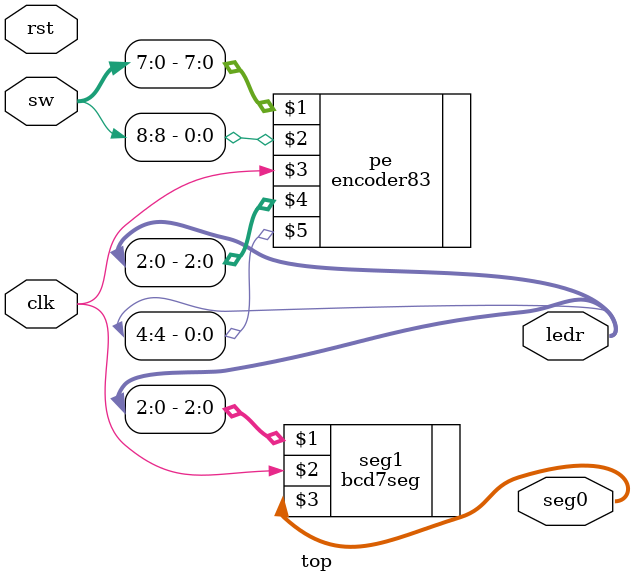
<source format=v>
module top(
    input clk,
    input rst,
    input [8:0] sw,
    output [4:0] ledr,
    output [7:0] seg0
);

bcd7seg seg1(
    ledr[2:0],
    clk,
    seg0
);

encoder83 pe (
    sw[7:0],
    sw[8],
    clk,
    ledr[2:0],
    ledr[4]
);

endmodule

</source>
